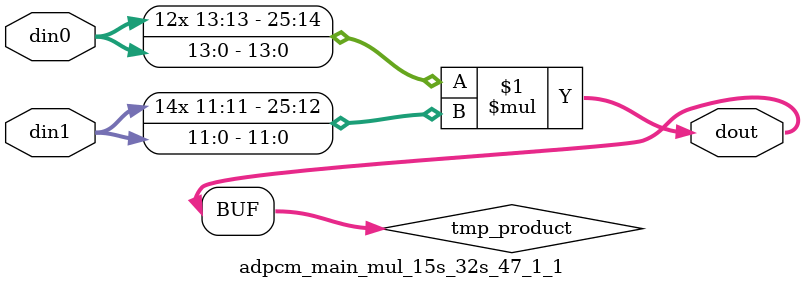
<source format=v>

`timescale 1 ns / 1 ps

  module adpcm_main_mul_15s_32s_47_1_1(din0, din1, dout);
parameter ID = 1;
parameter NUM_STAGE = 0;
parameter din0_WIDTH = 14;
parameter din1_WIDTH = 12;
parameter dout_WIDTH = 26;

input [din0_WIDTH - 1 : 0] din0; 
input [din1_WIDTH - 1 : 0] din1; 
output [dout_WIDTH - 1 : 0] dout;

wire signed [dout_WIDTH - 1 : 0] tmp_product;













assign tmp_product = $signed(din0) * $signed(din1);








assign dout = tmp_product;







endmodule

</source>
